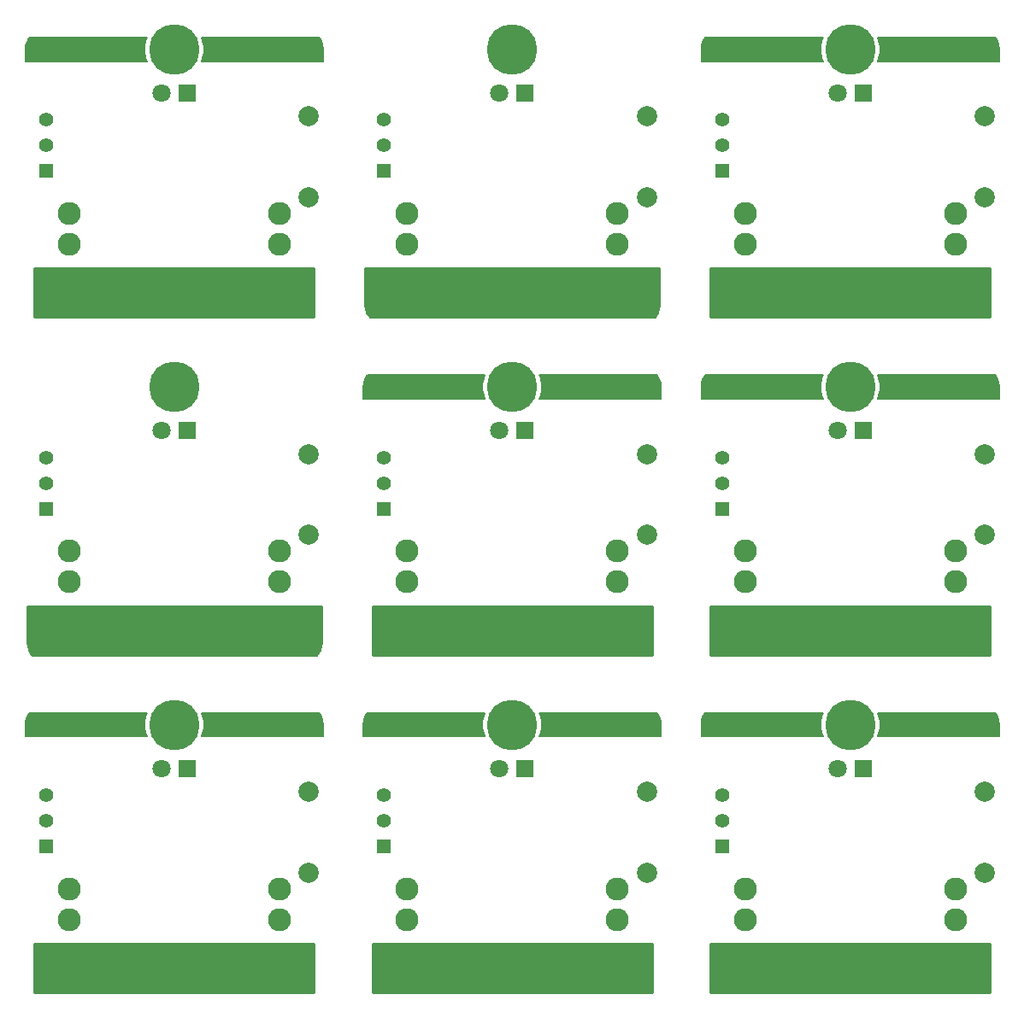
<source format=gtl>
%MOIN*%
%OFA0B0*%
%FSLAX46Y46*%
%IPPOS*%
%LPD*%
%ADD10C,0.0787*%
%ADD11C,0.19685039370078741*%
%ADD12C,0.090000000000000011*%
%ADD13R,0.070866141732283464X0.070866141732283464*%
%ADD14C,0.070866141732283464*%
%ADD15R,0.055000000000000007X0.055000000000000007*%
%ADD16C,0.055000000000000007*%
%ADD17C,0.0078740157480314977*%
%ADD18C,0.0039370078740157488*%
%ADD19C,0.01*%
%ADD30C,0.0039370078740157488*%
%ADD31C,0.0787*%
%ADD32C,0.19685039370078741*%
%ADD33C,0.090000000000000011*%
%ADD34R,0.070866141732283464X0.070866141732283464*%
%ADD35C,0.070866141732283464*%
%ADD36R,0.055000000000000007X0.055000000000000007*%
%ADD37C,0.055000000000000007*%
%ADD38C,0.01*%
%ADD39C,0.0787*%
%ADD40C,0.19685039370078741*%
%ADD41C,0.090000000000000011*%
%ADD42R,0.070866141732283464X0.070866141732283464*%
%ADD43C,0.070866141732283464*%
%ADD44R,0.055000000000000007X0.055000000000000007*%
%ADD45C,0.055000000000000007*%
%ADD46C,0.0078740157480314977*%
%ADD47C,0.0039370078740157488*%
%ADD48C,0.01*%
%ADD49C,0.0787*%
%ADD50C,0.19685039370078741*%
%ADD51C,0.090000000000000011*%
%ADD52R,0.070866141732283464X0.070866141732283464*%
%ADD53C,0.070866141732283464*%
%ADD54R,0.055000000000000007X0.055000000000000007*%
%ADD55C,0.055000000000000007*%
%ADD56C,0.0078740157480314977*%
%ADD57C,0.0039370078740157488*%
%ADD58C,0.01*%
%ADD59C,0.0787*%
%ADD60C,0.19685039370078741*%
%ADD61C,0.090000000000000011*%
%ADD62R,0.070866141732283464X0.070866141732283464*%
%ADD63C,0.070866141732283464*%
%ADD64R,0.055000000000000007X0.055000000000000007*%
%ADD65C,0.055000000000000007*%
%ADD66C,0.0078740157480314977*%
%ADD67C,0.0039370078740157488*%
%ADD68C,0.01*%
%ADD69C,0.0787*%
%ADD70C,0.19685039370078741*%
%ADD71C,0.090000000000000011*%
%ADD72R,0.070866141732283464X0.070866141732283464*%
%ADD73C,0.070866141732283464*%
%ADD74R,0.055000000000000007X0.055000000000000007*%
%ADD75C,0.055000000000000007*%
%ADD76C,0.0078740157480314977*%
%ADD77C,0.0039370078740157488*%
%ADD78C,0.01*%
%ADD79C,0.0039370078740157488*%
%ADD80C,0.0787*%
%ADD81C,0.19685039370078741*%
%ADD82C,0.090000000000000011*%
%ADD83R,0.070866141732283464X0.070866141732283464*%
%ADD84C,0.070866141732283464*%
%ADD85R,0.055000000000000007X0.055000000000000007*%
%ADD86C,0.055000000000000007*%
%ADD87C,0.01*%
%ADD88C,0.0787*%
%ADD89C,0.19685039370078741*%
%ADD90C,0.090000000000000011*%
%ADD91R,0.070866141732283464X0.070866141732283464*%
%ADD92C,0.070866141732283464*%
%ADD93R,0.055000000000000007X0.055000000000000007*%
%ADD94C,0.055000000000000007*%
%ADD95C,0.0078740157480314977*%
%ADD96C,0.0039370078740157488*%
%ADD97C,0.01*%
%ADD98C,0.0787*%
%ADD99C,0.19685039370078741*%
%ADD100C,0.090000000000000011*%
%ADD101R,0.070866141732283464X0.070866141732283464*%
%ADD102C,0.070866141732283464*%
%ADD103R,0.055000000000000007X0.055000000000000007*%
%ADD104C,0.055000000000000007*%
%ADD105C,0.0078740157480314977*%
%ADD106C,0.0039370078740157488*%
%ADD107C,0.01*%
G01*
D10*
X-0006300000Y0004050000D02*
X0001124999Y0000837480D03*
X0001124999Y0000522519D03*
D11*
X0000599999Y0001099999D03*
D12*
X0001009999Y0000339999D03*
X0000189999Y0000339999D03*
X0001009999Y0000459999D03*
X0000189999Y0000459999D03*
D13*
X0000649999Y0000930000D03*
D14*
X0000549999Y0000930000D03*
D15*
X0000099999Y0000625000D03*
D16*
X0000099999Y0000725000D03*
X0000099999Y0000825000D03*
D17*
X0000488321Y0001133877D02*
X0000483858Y0001111438D01*
X0000483858Y0001088561D01*
X0000488321Y0001066122D01*
X0000493368Y0001053937D01*
X0000019685Y0001053937D01*
X0000019685Y0001099037D01*
X0000021307Y0001115581D01*
X0000025832Y0001130569D01*
X0000033182Y0001144393D01*
X0000034544Y0001146062D01*
X0000493368Y0001146062D01*
X0000488321Y0001133877D01*
D18*
G36*
X0000488321Y0001133877D02*
G01*
X0000483858Y0001111438D01*
X0000483858Y0001088561D01*
X0000488321Y0001066122D01*
X0000493368Y0001053937D01*
X0000019685Y0001053937D01*
X0000019685Y0001099037D01*
X0000021307Y0001115581D01*
X0000025832Y0001130569D01*
X0000033182Y0001144393D01*
X0000034544Y0001146062D01*
X0000493368Y0001146062D01*
X0000488321Y0001133877D01*
G37*
D17*
X0001166505Y0001144858D02*
X0001173952Y0001131086D01*
X0001178582Y0001116130D01*
X0001180314Y0001099643D01*
X0001180314Y0001053937D01*
X0000706630Y0001053937D01*
X0000711678Y0001066122D01*
X0000716141Y0001088561D01*
X0000716141Y0001111438D01*
X0000711678Y0001133877D01*
X0000706630Y0001146062D01*
X0001165509Y0001146062D01*
X0001166505Y0001144858D01*
D18*
G36*
X0001166505Y0001144858D02*
G01*
X0001173952Y0001131086D01*
X0001178582Y0001116130D01*
X0001180314Y0001099643D01*
X0001180314Y0001053937D01*
X0000706630Y0001053937D01*
X0000711678Y0001066122D01*
X0000716141Y0001088561D01*
X0000716141Y0001111438D01*
X0000711678Y0001133877D01*
X0000706630Y0001146062D01*
X0001165509Y0001146062D01*
X0001166505Y0001144858D01*
G37*
D19*
X0001145000Y0000055000D02*
X0000054999Y0000055000D01*
X0000054999Y0000244999D01*
X0001145000Y0000244999D01*
X0001145000Y0000055000D01*
D18*
G36*
X0001145000Y0000055000D02*
G01*
X0000054999Y0000055000D01*
X0000054999Y0000244999D01*
X0001145000Y0000244999D01*
X0001145000Y0000055000D01*
G37*
G04 next file*
G04 #@! TF.FileFunction,Copper,L1,Top,Signal*
G04 Gerber Fmt 4.6, Leading zero omitted, Abs format (unit mm)*
G04 Created by KiCad (PCBNEW 4.0.7) date 09/04/18 12:43:30*
G01*
G04 APERTURE LIST*
G04 APERTURE END LIST*
D30*
D31*
X-0006300000Y0005368110D02*
X0001124999Y0002155590D03*
X0001124999Y0001840629D03*
D32*
X0000599999Y0002418110D03*
D33*
X0001009999Y0001658110D03*
X0000189999Y0001658110D03*
X0001009999Y0001778110D03*
X0000189999Y0001778110D03*
D34*
X0000649999Y0002248110D03*
D35*
X0000549999Y0002248110D03*
D36*
X0000099999Y0001943110D03*
D37*
X0000099999Y0002043110D03*
X0000099999Y0002143110D03*
D38*
G36*
X0001173031Y0001420766D02*
X0001166984Y0001390364D01*
X0001155455Y0001373110D01*
X0000044544Y0001373110D01*
X0000033015Y0001390364D01*
X0000026968Y0001420766D01*
X0000026968Y0001563110D01*
X0001173031Y0001563110D01*
X0001173031Y0001420766D01*
X0001173031Y0001420766D01*
G37*
X0001173031Y0001420766D02*
X0001166984Y0001390364D01*
X0001155455Y0001373110D01*
X0000044544Y0001373110D01*
X0000033015Y0001390364D01*
X0000026968Y0001420766D01*
X0000026968Y0001563110D01*
X0001173031Y0001563110D01*
X0001173031Y0001420766D01*
G04 next file*
G04 Gerber Fmt 4.6, Leading zero omitted, Abs format (unit mm)*
G04 Created by KiCad (PCBNEW (5.1.10)-1) date 2021-07-18 19:04:49*
G01*
G04 APERTURE LIST*
G04 APERTURE END LIST*
D39*
X-0006300000Y0006686220D02*
X0001124999Y0003473700D03*
X0001124999Y0003158740D03*
D40*
X0000599999Y0003736220D03*
D41*
X0001009999Y0002976220D03*
X0000189999Y0002976220D03*
X0001009999Y0003096220D03*
X0000189999Y0003096220D03*
D42*
X0000649999Y0003566220D03*
D43*
X0000549999Y0003566220D03*
D44*
X0000099999Y0003261220D03*
D45*
X0000099999Y0003361220D03*
X0000099999Y0003461220D03*
D46*
X0000488321Y0003770097D02*
X0000483858Y0003747659D01*
X0000483858Y0003724781D01*
X0000488321Y0003702343D01*
X0000493368Y0003690157D01*
X0000019685Y0003690157D01*
X0000019685Y0003735257D01*
X0000021307Y0003751802D01*
X0000025832Y0003766790D01*
X0000033182Y0003780613D01*
X0000034544Y0003782283D01*
X0000493368Y0003782283D01*
X0000488321Y0003770097D01*
D47*
G36*
X0000488321Y0003770097D02*
G01*
X0000483858Y0003747659D01*
X0000483858Y0003724781D01*
X0000488321Y0003702343D01*
X0000493368Y0003690157D01*
X0000019685Y0003690157D01*
X0000019685Y0003735257D01*
X0000021307Y0003751802D01*
X0000025832Y0003766790D01*
X0000033182Y0003780613D01*
X0000034544Y0003782283D01*
X0000493368Y0003782283D01*
X0000488321Y0003770097D01*
G37*
D46*
X0001166505Y0003781079D02*
X0001173952Y0003767307D01*
X0001178582Y0003752351D01*
X0001180314Y0003735863D01*
X0001180314Y0003690157D01*
X0000706630Y0003690157D01*
X0000711678Y0003702343D01*
X0000716141Y0003724781D01*
X0000716141Y0003747659D01*
X0000711678Y0003770097D01*
X0000706630Y0003782283D01*
X0001165509Y0003782283D01*
X0001166505Y0003781079D01*
D47*
G36*
X0001166505Y0003781079D02*
G01*
X0001173952Y0003767307D01*
X0001178582Y0003752351D01*
X0001180314Y0003735863D01*
X0001180314Y0003690157D01*
X0000706630Y0003690157D01*
X0000711678Y0003702343D01*
X0000716141Y0003724781D01*
X0000716141Y0003747659D01*
X0000711678Y0003770097D01*
X0000706630Y0003782283D01*
X0001165509Y0003782283D01*
X0001166505Y0003781079D01*
G37*
D48*
X0001145000Y0002691220D02*
X0000054999Y0002691220D01*
X0000054999Y0002881220D01*
X0001145000Y0002881220D01*
X0001145000Y0002691220D01*
D47*
G36*
X0001145000Y0002691220D02*
G01*
X0000054999Y0002691220D01*
X0000054999Y0002881220D01*
X0001145000Y0002881220D01*
X0001145000Y0002691220D01*
G37*
G04 next file*
G04 Gerber Fmt 4.6, Leading zero omitted, Abs format (unit mm)*
G04 Created by KiCad (PCBNEW (5.1.10)-1) date 2021-07-18 19:04:49*
G01*
G04 APERTURE LIST*
G04 APERTURE END LIST*
D49*
X-0004981889Y0004050000D02*
X0002443110Y0000837480D03*
X0002443110Y0000522519D03*
D50*
X0001918110Y0001099999D03*
D51*
X0002328110Y0000339999D03*
X0001508110Y0000339999D03*
X0002328110Y0000459999D03*
X0001508110Y0000459999D03*
D52*
X0001968110Y0000930000D03*
D53*
X0001868110Y0000930000D03*
D54*
X0001418110Y0000625000D03*
D55*
X0001418110Y0000725000D03*
X0001418110Y0000825000D03*
D56*
X0001806431Y0001133877D02*
X0001801968Y0001111438D01*
X0001801968Y0001088561D01*
X0001806431Y0001066122D01*
X0001811479Y0001053937D01*
X0001337795Y0001053937D01*
X0001337795Y0001099037D01*
X0001339417Y0001115581D01*
X0001343942Y0001130569D01*
X0001351292Y0001144393D01*
X0001352654Y0001146062D01*
X0001811479Y0001146062D01*
X0001806431Y0001133877D01*
D57*
G36*
X0001806431Y0001133877D02*
G01*
X0001801968Y0001111438D01*
X0001801968Y0001088561D01*
X0001806431Y0001066122D01*
X0001811479Y0001053937D01*
X0001337795Y0001053937D01*
X0001337795Y0001099037D01*
X0001339417Y0001115581D01*
X0001343942Y0001130569D01*
X0001351292Y0001144393D01*
X0001352654Y0001146062D01*
X0001811479Y0001146062D01*
X0001806431Y0001133877D01*
G37*
D56*
X0002484616Y0001144858D02*
X0002492062Y0001131086D01*
X0002496692Y0001116130D01*
X0002498425Y0001099643D01*
X0002498425Y0001053937D01*
X0002024741Y0001053937D01*
X0002029788Y0001066122D01*
X0002034251Y0001088561D01*
X0002034251Y0001111438D01*
X0002029788Y0001133877D01*
X0002024741Y0001146062D01*
X0002483619Y0001146062D01*
X0002484616Y0001144858D01*
D57*
G36*
X0002484616Y0001144858D02*
G01*
X0002492062Y0001131086D01*
X0002496692Y0001116130D01*
X0002498425Y0001099643D01*
X0002498425Y0001053937D01*
X0002024741Y0001053937D01*
X0002029788Y0001066122D01*
X0002034251Y0001088561D01*
X0002034251Y0001111438D01*
X0002029788Y0001133877D01*
X0002024741Y0001146062D01*
X0002483619Y0001146062D01*
X0002484616Y0001144858D01*
G37*
D58*
X0002463110Y0000055000D02*
X0001373110Y0000055000D01*
X0001373110Y0000244999D01*
X0002463110Y0000244999D01*
X0002463110Y0000055000D01*
D57*
G36*
X0002463110Y0000055000D02*
G01*
X0001373110Y0000055000D01*
X0001373110Y0000244999D01*
X0002463110Y0000244999D01*
X0002463110Y0000055000D01*
G37*
G04 next file*
G04 Gerber Fmt 4.6, Leading zero omitted, Abs format (unit mm)*
G04 Created by KiCad (PCBNEW (5.1.10)-1) date 2021-07-18 19:04:49*
G01*
G04 APERTURE LIST*
G04 APERTURE END LIST*
D59*
X-0003663779Y0004050000D02*
X0003761220Y0000837480D03*
X0003761220Y0000522519D03*
D60*
X0003236220Y0001099999D03*
D61*
X0003646220Y0000339999D03*
X0002826220Y0000339999D03*
X0003646220Y0000459999D03*
X0002826220Y0000459999D03*
D62*
X0003286220Y0000930000D03*
D63*
X0003186220Y0000930000D03*
D64*
X0002736220Y0000625000D03*
D65*
X0002736220Y0000725000D03*
X0002736220Y0000825000D03*
D66*
X0003124541Y0001133877D02*
X0003120078Y0001111438D01*
X0003120078Y0001088561D01*
X0003124541Y0001066122D01*
X0003129589Y0001053937D01*
X0002655905Y0001053937D01*
X0002655905Y0001099037D01*
X0002657527Y0001115581D01*
X0002662052Y0001130569D01*
X0002669403Y0001144393D01*
X0002670764Y0001146062D01*
X0003129589Y0001146062D01*
X0003124541Y0001133877D01*
D67*
G36*
X0003124541Y0001133877D02*
G01*
X0003120078Y0001111438D01*
X0003120078Y0001088561D01*
X0003124541Y0001066122D01*
X0003129589Y0001053937D01*
X0002655905Y0001053937D01*
X0002655905Y0001099037D01*
X0002657527Y0001115581D01*
X0002662052Y0001130569D01*
X0002669403Y0001144393D01*
X0002670764Y0001146062D01*
X0003129589Y0001146062D01*
X0003124541Y0001133877D01*
G37*
D66*
X0003802726Y0001144858D02*
X0003810172Y0001131086D01*
X0003814802Y0001116130D01*
X0003816535Y0001099643D01*
X0003816535Y0001053937D01*
X0003342851Y0001053937D01*
X0003347898Y0001066122D01*
X0003352362Y0001088561D01*
X0003352362Y0001111438D01*
X0003347898Y0001133877D01*
X0003342851Y0001146062D01*
X0003801730Y0001146062D01*
X0003802726Y0001144858D01*
D67*
G36*
X0003802726Y0001144858D02*
G01*
X0003810172Y0001131086D01*
X0003814802Y0001116130D01*
X0003816535Y0001099643D01*
X0003816535Y0001053937D01*
X0003342851Y0001053937D01*
X0003347898Y0001066122D01*
X0003352362Y0001088561D01*
X0003352362Y0001111438D01*
X0003347898Y0001133877D01*
X0003342851Y0001146062D01*
X0003801730Y0001146062D01*
X0003802726Y0001144858D01*
G37*
D68*
X0003781220Y0000055000D02*
X0002691220Y0000055000D01*
X0002691220Y0000244999D01*
X0003781220Y0000244999D01*
X0003781220Y0000055000D01*
D67*
G36*
X0003781220Y0000055000D02*
G01*
X0002691220Y0000055000D01*
X0002691220Y0000244999D01*
X0003781220Y0000244999D01*
X0003781220Y0000055000D01*
G37*
G04 next file*
G04 Gerber Fmt 4.6, Leading zero omitted, Abs format (unit mm)*
G04 Created by KiCad (PCBNEW (5.1.10)-1) date 2021-07-18 19:04:49*
G01*
G04 APERTURE LIST*
G04 APERTURE END LIST*
D69*
X-0004981889Y0005368110D02*
X0002443110Y0002155590D03*
X0002443110Y0001840629D03*
D70*
X0001918110Y0002418110D03*
D71*
X0002328110Y0001658110D03*
X0001508110Y0001658110D03*
X0002328110Y0001778110D03*
X0001508110Y0001778110D03*
D72*
X0001968110Y0002248110D03*
D73*
X0001868110Y0002248110D03*
D74*
X0001418110Y0001943110D03*
D75*
X0001418110Y0002043110D03*
X0001418110Y0002143110D03*
D76*
X0001806431Y0002451987D02*
X0001801968Y0002429549D01*
X0001801968Y0002406671D01*
X0001806431Y0002384232D01*
X0001811479Y0002372047D01*
X0001337795Y0002372047D01*
X0001337795Y0002417147D01*
X0001339417Y0002433691D01*
X0001343942Y0002448679D01*
X0001351292Y0002462503D01*
X0001352654Y0002464173D01*
X0001811479Y0002464173D01*
X0001806431Y0002451987D01*
D77*
G36*
X0001806431Y0002451987D02*
G01*
X0001801968Y0002429549D01*
X0001801968Y0002406671D01*
X0001806431Y0002384232D01*
X0001811479Y0002372047D01*
X0001337795Y0002372047D01*
X0001337795Y0002417147D01*
X0001339417Y0002433691D01*
X0001343942Y0002448679D01*
X0001351292Y0002462503D01*
X0001352654Y0002464173D01*
X0001811479Y0002464173D01*
X0001806431Y0002451987D01*
G37*
D76*
X0002484616Y0002462968D02*
X0002492062Y0002449197D01*
X0002496692Y0002434240D01*
X0002498425Y0002417753D01*
X0002498425Y0002372047D01*
X0002024741Y0002372047D01*
X0002029788Y0002384232D01*
X0002034251Y0002406671D01*
X0002034251Y0002429549D01*
X0002029788Y0002451987D01*
X0002024741Y0002464173D01*
X0002483619Y0002464173D01*
X0002484616Y0002462968D01*
D77*
G36*
X0002484616Y0002462968D02*
G01*
X0002492062Y0002449197D01*
X0002496692Y0002434240D01*
X0002498425Y0002417753D01*
X0002498425Y0002372047D01*
X0002024741Y0002372047D01*
X0002029788Y0002384232D01*
X0002034251Y0002406671D01*
X0002034251Y0002429549D01*
X0002029788Y0002451987D01*
X0002024741Y0002464173D01*
X0002483619Y0002464173D01*
X0002484616Y0002462968D01*
G37*
D78*
X0002463110Y0001373110D02*
X0001373110Y0001373110D01*
X0001373110Y0001563110D01*
X0002463110Y0001563110D01*
X0002463110Y0001373110D01*
D77*
G36*
X0002463110Y0001373110D02*
G01*
X0001373110Y0001373110D01*
X0001373110Y0001563110D01*
X0002463110Y0001563110D01*
X0002463110Y0001373110D01*
G37*
G04 next file*
G04 #@! TF.FileFunction,Copper,L1,Top,Signal*
G04 Gerber Fmt 4.6, Leading zero omitted, Abs format (unit mm)*
G04 Created by KiCad (PCBNEW 4.0.7) date 09/04/18 12:43:30*
G01*
G04 APERTURE LIST*
G04 APERTURE END LIST*
D79*
D80*
X-0004981889Y0006686220D02*
X0002443110Y0003473700D03*
X0002443110Y0003158740D03*
D81*
X0001918110Y0003736220D03*
D82*
X0002328110Y0002976220D03*
X0001508110Y0002976220D03*
X0002328110Y0003096220D03*
X0001508110Y0003096220D03*
D83*
X0001968110Y0003566220D03*
D84*
X0001868110Y0003566220D03*
D85*
X0001418110Y0003261220D03*
D86*
X0001418110Y0003361220D03*
X0001418110Y0003461220D03*
D87*
G36*
X0002491141Y0002738876D02*
X0002485094Y0002708474D01*
X0002473565Y0002691220D01*
X0001362655Y0002691220D01*
X0001351126Y0002708474D01*
X0001345078Y0002738876D01*
X0001345078Y0002881220D01*
X0002491141Y0002881220D01*
X0002491141Y0002738876D01*
X0002491141Y0002738876D01*
G37*
X0002491141Y0002738876D02*
X0002485094Y0002708474D01*
X0002473565Y0002691220D01*
X0001362655Y0002691220D01*
X0001351126Y0002708474D01*
X0001345078Y0002738876D01*
X0001345078Y0002881220D01*
X0002491141Y0002881220D01*
X0002491141Y0002738876D01*
G04 next file*
G04 Gerber Fmt 4.6, Leading zero omitted, Abs format (unit mm)*
G04 Created by KiCad (PCBNEW (5.1.10)-1) date 2021-07-18 19:04:49*
G01*
G04 APERTURE LIST*
G04 APERTURE END LIST*
D88*
X-0003663779Y0005368110D02*
X0003761220Y0002155590D03*
X0003761220Y0001840629D03*
D89*
X0003236220Y0002418110D03*
D90*
X0003646220Y0001658110D03*
X0002826220Y0001658110D03*
X0003646220Y0001778110D03*
X0002826220Y0001778110D03*
D91*
X0003286220Y0002248110D03*
D92*
X0003186220Y0002248110D03*
D93*
X0002736220Y0001943110D03*
D94*
X0002736220Y0002043110D03*
X0002736220Y0002143110D03*
D95*
X0003124541Y0002451987D02*
X0003120078Y0002429549D01*
X0003120078Y0002406671D01*
X0003124541Y0002384232D01*
X0003129589Y0002372047D01*
X0002655905Y0002372047D01*
X0002655905Y0002417147D01*
X0002657527Y0002433691D01*
X0002662052Y0002448679D01*
X0002669403Y0002462503D01*
X0002670764Y0002464173D01*
X0003129589Y0002464173D01*
X0003124541Y0002451987D01*
D96*
G36*
X0003124541Y0002451987D02*
G01*
X0003120078Y0002429549D01*
X0003120078Y0002406671D01*
X0003124541Y0002384232D01*
X0003129589Y0002372047D01*
X0002655905Y0002372047D01*
X0002655905Y0002417147D01*
X0002657527Y0002433691D01*
X0002662052Y0002448679D01*
X0002669403Y0002462503D01*
X0002670764Y0002464173D01*
X0003129589Y0002464173D01*
X0003124541Y0002451987D01*
G37*
D95*
X0003802726Y0002462968D02*
X0003810172Y0002449197D01*
X0003814802Y0002434240D01*
X0003816535Y0002417753D01*
X0003816535Y0002372047D01*
X0003342851Y0002372047D01*
X0003347898Y0002384232D01*
X0003352362Y0002406671D01*
X0003352362Y0002429549D01*
X0003347898Y0002451987D01*
X0003342851Y0002464173D01*
X0003801730Y0002464173D01*
X0003802726Y0002462968D01*
D96*
G36*
X0003802726Y0002462968D02*
G01*
X0003810172Y0002449197D01*
X0003814802Y0002434240D01*
X0003816535Y0002417753D01*
X0003816535Y0002372047D01*
X0003342851Y0002372047D01*
X0003347898Y0002384232D01*
X0003352362Y0002406671D01*
X0003352362Y0002429549D01*
X0003347898Y0002451987D01*
X0003342851Y0002464173D01*
X0003801730Y0002464173D01*
X0003802726Y0002462968D01*
G37*
D97*
X0003781220Y0001373110D02*
X0002691220Y0001373110D01*
X0002691220Y0001563110D01*
X0003781220Y0001563110D01*
X0003781220Y0001373110D01*
D96*
G36*
X0003781220Y0001373110D02*
G01*
X0002691220Y0001373110D01*
X0002691220Y0001563110D01*
X0003781220Y0001563110D01*
X0003781220Y0001373110D01*
G37*
G04 next file*
G04 Gerber Fmt 4.6, Leading zero omitted, Abs format (unit mm)*
G04 Created by KiCad (PCBNEW (5.1.10)-1) date 2021-07-18 19:04:49*
G01*
G04 APERTURE LIST*
G04 APERTURE END LIST*
D98*
X-0003663779Y0006686220D02*
X0003761220Y0003473700D03*
X0003761220Y0003158740D03*
D99*
X0003236220Y0003736220D03*
D100*
X0003646220Y0002976220D03*
X0002826220Y0002976220D03*
X0003646220Y0003096220D03*
X0002826220Y0003096220D03*
D101*
X0003286220Y0003566220D03*
D102*
X0003186220Y0003566220D03*
D103*
X0002736220Y0003261220D03*
D104*
X0002736220Y0003361220D03*
X0002736220Y0003461220D03*
D105*
X0003124541Y0003770097D02*
X0003120078Y0003747659D01*
X0003120078Y0003724781D01*
X0003124541Y0003702343D01*
X0003129589Y0003690157D01*
X0002655905Y0003690157D01*
X0002655905Y0003735257D01*
X0002657527Y0003751802D01*
X0002662052Y0003766790D01*
X0002669403Y0003780613D01*
X0002670764Y0003782283D01*
X0003129589Y0003782283D01*
X0003124541Y0003770097D01*
D106*
G36*
X0003124541Y0003770097D02*
G01*
X0003120078Y0003747659D01*
X0003120078Y0003724781D01*
X0003124541Y0003702343D01*
X0003129589Y0003690157D01*
X0002655905Y0003690157D01*
X0002655905Y0003735257D01*
X0002657527Y0003751802D01*
X0002662052Y0003766790D01*
X0002669403Y0003780613D01*
X0002670764Y0003782283D01*
X0003129589Y0003782283D01*
X0003124541Y0003770097D01*
G37*
D105*
X0003802726Y0003781079D02*
X0003810172Y0003767307D01*
X0003814802Y0003752351D01*
X0003816535Y0003735863D01*
X0003816535Y0003690157D01*
X0003342851Y0003690157D01*
X0003347898Y0003702343D01*
X0003352362Y0003724781D01*
X0003352362Y0003747659D01*
X0003347898Y0003770097D01*
X0003342851Y0003782283D01*
X0003801730Y0003782283D01*
X0003802726Y0003781079D01*
D106*
G36*
X0003802726Y0003781079D02*
G01*
X0003810172Y0003767307D01*
X0003814802Y0003752351D01*
X0003816535Y0003735863D01*
X0003816535Y0003690157D01*
X0003342851Y0003690157D01*
X0003347898Y0003702343D01*
X0003352362Y0003724781D01*
X0003352362Y0003747659D01*
X0003347898Y0003770097D01*
X0003342851Y0003782283D01*
X0003801730Y0003782283D01*
X0003802726Y0003781079D01*
G37*
D107*
X0003781220Y0002691220D02*
X0002691220Y0002691220D01*
X0002691220Y0002881220D01*
X0003781220Y0002881220D01*
X0003781220Y0002691220D01*
D106*
G36*
X0003781220Y0002691220D02*
G01*
X0002691220Y0002691220D01*
X0002691220Y0002881220D01*
X0003781220Y0002881220D01*
X0003781220Y0002691220D01*
G37*
M02*
</source>
